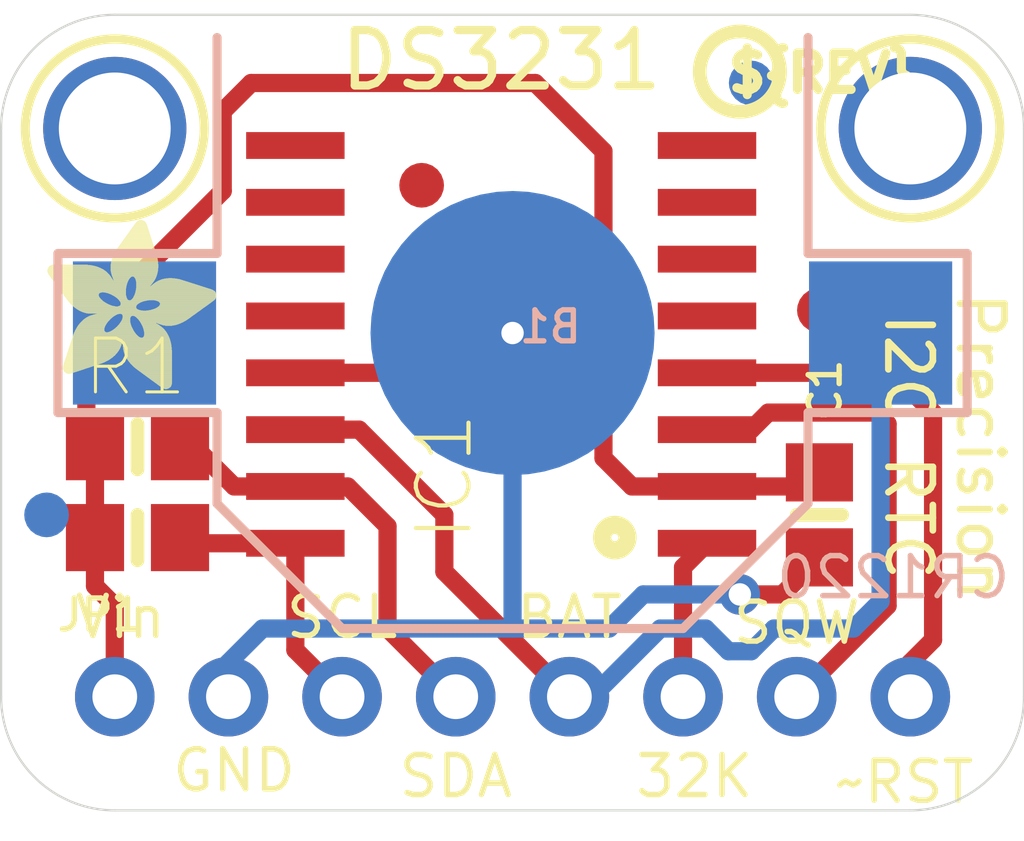
<source format=kicad_pcb>
(kicad_pcb (version 20221018) (generator pcbnew)
  (layers (0 "F.Cu" signal) (1 "In1.Cu" signal) (2 "In2.Cu" signal) (3 "In3.Cu" signal) (4 "In4.Cu" signal) (5 "In5.Cu" signal) (6 "In6.Cu" signal) (7 "In7.Cu" signal) (8 "In8.Cu" signal) (9 "In9.Cu" signal) (10 "In10.Cu" signal) (11 "In11.Cu" signal) (12 "In12.Cu" signal) (13 "In13.Cu" signal) (14 "In14.Cu" signal) (31 "B.Cu" signal) (34 "B.Paste" user) (35 "F.Paste" user) (36 "B.SilkS" user "B.Silkscreen") (37 "F.SilkS" user "F.Silkscreen") (38 "B.Mask" user) (39 "F.Mask" user) (44 "Edge.Cuts" user))
  (net 0 "")
  (net 1 "GND")
  (net 2 "SDA")
  (net 3 "SCL")
  (net 4 "3.3V")
  (net 5 "32KHZ")
  (net 6 "SQW")
  (net 7 "~{RTC_RST}")
  (net 8 "VBAT")
  (footprint "working:PCBFEAT-REV-040" (layer "F.Cu") (at 153.5811 97.3836)
    (fp_text reference "U$9" hide)
    (fp_text value "" hide)
    (fp_text user "${REV}" (at -0.3556 0.508) (layer "F.SilkS") (effects (font (size 0.8128 0.8128) (thickness 0.2032)) (justify left bottom)))
  )
  (footprint "working:MOUNTINGHOLE_2.5_PLATED" (layer "F.Cu") (at 157.3911 98.6536)
    (fp_text reference "U$6" hide)
    (fp_text value "MOUNTINGHOLE2.5" hide)
    (pad "P$1" thru_hole circle (at 0 0) (size 3.2 3.2) (drill 2.5) (layers "*.Cu" "*.Mask"))
  )
  (footprint "working:1X08_ROUND_70" (layer "F.Cu") (at 148.5011 111.3536)
    (fp_text reference "JP1" (at -10.2362 -1.8288) (layer "F.SilkS") (effects (font (size 0.692831 0.692831) (thickness 0.119969)) (justify left)))
    (fp_text value "")
    (pad "1" thru_hole circle (at -8.89 0 90) (size 1.778 1.778) (drill 1) (layers "*.Cu" "*.Mask") (net 4 "3.3V"))
    (pad "2" thru_hole circle (at -6.35 0 90) (size 1.778 1.778) (drill 1) (layers "*.Cu" "*.Mask") (net 1 "GND"))
    (pad "3" thru_hole circle (at -3.81 0 90) (size 1.778 1.778) (drill 1) (layers "*.Cu" "*.Mask") (net 3 "SCL"))
    (pad "4" thru_hole circle (at -1.27 0 90) (size 1.778 1.778) (drill 1) (layers "*.Cu" "*.Mask") (net 2 "SDA"))
    (pad "5" thru_hole circle (at 1.27 0 90) (size 1.778 1.778) (drill 1) (layers "*.Cu" "*.Mask") (net 8 "VBAT"))
    (pad "6" thru_hole circle (at 3.81 0 90) (size 1.778 1.778) (drill 1) (layers "*.Cu" "*.Mask") (net 5 "32KHZ"))
    (pad "7" thru_hole circle (at 6.35 0 90) (size 1.778 1.778) (drill 1) (layers "*.Cu" "*.Mask") (net 6 "SQW"))
    (pad "8" thru_hole circle (at 8.89 0 90) (size 1.778 1.778) (drill 1) (layers "*.Cu" "*.Mask") (net 7 "~{RTC_RST}"))
  )
  (footprint "working:MOUNTINGHOLE_2.5_PLATED" (layer "F.Cu") (at 139.6111 98.6536)
    (fp_text reference "U$7" hide)
    (fp_text value "MOUNTINGHOLE2.5" hide)
    (pad "P$1" thru_hole circle (at 0 0) (size 3.2 3.2) (drill 2.5) (layers "*.Cu" "*.Mask"))
  )
  (footprint "working:0805-NO" (layer "F.Cu") (at 140.1191 105.7656)
    (fp_text reference "R1" (at -1.27 -1.778) (layer "F.SilkS") (effects (font (size 1.20335 1.20335) (thickness 0.06665)) (justify left)))
    (fp_text value "10K")
    (pad "1" smd rect (at -0.95 0) (size 1.3 1.5) (layers "F.Cu" "F.Paste" "F.Mask") (net 4 "3.3V"))
    (pad "2" smd rect (at 0.95 0) (size 1.3 1.5) (layers "F.Cu" "F.Paste" "F.Mask") (net 2 "SDA"))
  )
  (footprint "working:0805-NO" (layer "F.Cu") (at 140.1191 107.7976)
    (fp_text reference "R2" hide)
    (fp_text value "10K")
    (pad "1" smd rect (at -0.95 0) (size 1.3 1.5) (layers "F.Cu" "F.Paste" "F.Mask") (net 4 "3.3V"))
    (pad "2" smd rect (at 0.95 0) (size 1.3 1.5) (layers "F.Cu" "F.Paste" "F.Mask") (net 3 "SCL"))
  )
  (footprint "working:0805-NO" (layer "F.Cu") (at 155.3591 107.2896 90)
    (fp_text reference "C1" (at 2.032 0.127 90) (layer "F.SilkS") (effects (font (size 0.692831 0.692831) (thickness 0.119969)) (justify left)))
    (fp_text value "1uF")
    (pad "1" smd rect (at -0.95 0 90) (size 1.3 1.5) (layers "F.Cu" "F.Paste" "F.Mask") (net 1 "GND"))
    (pad "2" smd rect (at 0.95 0 90) (size 1.3 1.5) (layers "F.Cu" "F.Paste" "F.Mask") (net 4 "3.3V"))
  )
  (footprint "working:FIDUCIAL_1MM" (layer "F.Cu") (at 146.4691 99.9236)
    (fp_text reference "FID1" hide)
    (fp_text value "FIDUCIAL\"\"" hide)
    (pad "1" smd roundrect (at 0 0) (size 1 1) (layers "F.Cu" "F.Mask") (roundrect_rratio 0.5))
  )
  (footprint "working:FIDUCIAL_1MM" (layer "F.Cu") (at 155.3591 102.7176)
    (fp_text reference "FID3" hide)
    (fp_text value "FIDUCIAL\"\"" hide)
    (pad "1" smd roundrect (at 0 0) (size 1 1) (layers "F.Cu" "F.Mask") (roundrect_rratio 0.5))
  )
  (footprint "working:SO16W" (layer "F.Cu") (at 148.2471 103.4796 90)
    (fp_text reference "IC1" (at -4.445 -1.27 90) (layer "F.SilkS") (effects (font (size 1.176528 1.176528) (thickness 0.093472)) (justify left)))
    (fp_text value "DS3231/SO")
    (pad "1" smd rect (at -4.445 4.6 90) (size 0.6 2.2) (layers "F.Cu" "F.Paste" "F.Mask") (net 5 "32KHZ"))
    (pad "2" smd rect (at -3.175 4.6 90) (size 0.6 2.2) (layers "F.Cu" "F.Paste" "F.Mask") (net 4 "3.3V"))
    (pad "3" smd rect (at -1.905 4.6 90) (size 0.6 2.2) (layers "F.Cu" "F.Paste" "F.Mask") (net 6 "SQW"))
    (pad "4" smd rect (at -0.635 4.6 90) (size 0.6 2.2) (layers "F.Cu" "F.Paste" "F.Mask") (net 7 "~{RTC_RST}"))
    (pad "5" smd rect (at 0.635 4.6 90) (size 0.6 2.2) (layers "F.Cu" "F.Paste" "F.Mask"))
    (pad "6" smd rect (at 1.905 4.6 90) (size 0.6 2.2) (layers "F.Cu" "F.Paste" "F.Mask"))
    (pad "7" smd rect (at 3.175 4.6 90) (size 0.6 2.2) (layers "F.Cu" "F.Paste" "F.Mask"))
    (pad "8" smd rect (at 4.445 4.6 90) (size 0.6 2.2) (layers "F.Cu" "F.Paste" "F.Mask"))
    (pad "9" smd rect (at 4.445 -4.6 90) (size 0.6 2.2) (layers "F.Cu" "F.Paste" "F.Mask"))
    (pad "10" smd rect (at 3.175 -4.6 90) (size 0.6 2.2) (layers "F.Cu" "F.Paste" "F.Mask"))
    (pad "11" smd rect (at 1.905 -4.6 90) (size 0.6 2.2) (layers "F.Cu" "F.Paste" "F.Mask"))
    (pad "12" smd rect (at 0.635 -4.6 90) (size 0.6 2.2) (layers "F.Cu" "F.Paste" "F.Mask"))
    (pad "13" smd rect (at -0.635 -4.6 90) (size 0.6 2.2) (layers "F.Cu" "F.Paste" "F.Mask") (net 1 "GND"))
    (pad "14" smd rect (at -1.905 -4.6 90) (size 0.6 2.2) (layers "F.Cu" "F.Paste" "F.Mask") (net 8 "VBAT"))
    (pad "15" smd rect (at -3.175 -4.6 90) (size 0.6 2.2) (layers "F.Cu" "F.Paste" "F.Mask") (net 2 "SDA"))
    (pad "16" smd rect (at -4.445 -4.6 90) (size 0.6 2.2) (layers "F.Cu" "F.Paste" "F.Mask") (net 3 "SCL"))
  )
  (footprint "working:ADAFRUIT_3.5MM" (layer "F.Cu") (at 138.0871 104.4956)
    (fp_text reference "U$8" hide)
    (fp_text value "" hide)
  )
  (footprint "working:FIDUCIAL_1MM" (layer "B.Cu") (at 138.0871 107.2896 180)
    (fp_text reference "FID2" hide)
    (fp_text value "FIDUCIAL\"\"" hide)
    (pad "1" smd roundrect (at 0 0 180) (size 1 1) (layers "B.Cu" "B.Mask") (roundrect_rratio 0.5))
  )
  (footprint "working:FIDUCIAL_1MM" (layer "B.Cu") (at 153.8351 97.6376 180)
    (fp_text reference "FID4" hide)
    (fp_text value "FIDUCIAL\"\"" hide)
    (pad "1" smd roundrect (at 0 0 180) (size 1 1) (layers "B.Cu" "B.Mask") (roundrect_rratio 0.5))
  )
  (footprint "working:CR1220" (layer "B.Cu") (at 148.5011 103.2256 180)
    (fp_text reference "B1" (at -1.602 0.14) (layer "B.SilkS") (effects (font (size 0.692831 0.692831) (thickness 0.119969)) (justify left mirror)))
    (fp_text value "CR1220")
    (pad "+$1" smd rect (at -8.2254 0 180) (size 3.2 3.2) (layers "B.Cu" "B.Paste" "B.Mask") (net 8 "VBAT"))
    (pad "+$2" smd rect (at 8.2254 0 180) (size 3.2 3.2) (layers "B.Cu" "B.Paste" "B.Mask"))
    (pad "-" smd roundrect (at 0 0 180) (size 6.35 6.35) (layers "B.Cu" "B.Mask") (roundrect_rratio 0.5) (net 1 "GND"))
  )
  (gr_circle (center 150.7871 107.7976) (end 151.071078 107.7976) (stroke (width 0.4064)) (fill none) (layer "F.SilkS"))
  (gr_line (start 139.6111 96.1136) (end 157.3911 96.1136) (stroke (width 0.05)) (layer "Edge.Cuts"))
  (gr_line (start 159.9311 98.6536) (end 159.9311 111.3536) (stroke (width 0.05)) (layer "Edge.Cuts"))
  (gr_arc (start 137.0711 98.6536) (mid 137.815049 96.857549) (end 139.6111 96.1136) (stroke (width 0.05)) (layer "Edge.Cuts"))
  (gr_line (start 157.3911 113.8936) (end 139.6111 113.8936) (stroke (width 0.05)) (layer "Edge.Cuts"))
  (gr_arc (start 139.6111 113.8936) (mid 137.815049 113.149651) (end 137.0711 111.3536) (stroke (width 0.05)) (layer "Edge.Cuts"))
  (gr_arc (start 157.3911 96.1136) (mid 159.187151 96.857549) (end 159.9311 98.6536) (stroke (width 0.05)) (layer "Edge.Cuts"))
  (gr_arc (start 159.9311 111.3536) (mid 159.187151 113.149651) (end 157.3911 113.8936) (stroke (width 0.05)) (layer "Edge.Cuts"))
  (gr_line (start 137.0711 111.3536) (end 137.0711 98.6536) (stroke (width 0.05)) (layer "Edge.Cuts"))
  (gr_text "CR1220" (at 157.0101 108.6866) (layer "B.SilkS") (effects (font (size 0.89408 0.89408) (thickness 0.12192)) (justify mirror)))
  (gr_text "Vin" (at 139.7381 109.5756) (layer "F.SilkS") (effects (font (size 0.89408 0.89408) (thickness 0.12192))))
  (gr_text "SQW" (at 154.8511 109.7026) (layer "F.SilkS") (effects (font (size 0.89408 0.89408) (thickness 0.12192))))
  (gr_text "SDA" (at 147.2311 113.1316) (layer "F.SilkS") (effects (font (size 0.89408 0.89408) (thickness 0.12192))))
  (gr_text "DS3231" (at 148.2471 97.1296) (layer "F.SilkS") (effects (font (size 1.237488 1.237488) (thickness 0.184912))))
  (gr_text "SCL" (at 144.6911 109.5756) (layer "F.SilkS") (effects (font (size 0.89408 0.89408) (thickness 0.12192))))
  (gr_text "~RST" (at 157.2641 113.2586) (layer "F.SilkS") (effects (font (size 0.89408 0.89408) (thickness 0.12192))))
  (gr_text "Precision\nI2C RTC" (at 158.1531 105.7656 270) (layer "F.SilkS") (effects (font (size 0.99441 0.99441) (thickness 0.14859))))
  (gr_text "BAT" (at 149.7711 109.5756) (layer "F.SilkS") (effects (font (size 0.89408 0.89408) (thickness 0.12192))))
  (gr_text "32K" (at 152.5651 113.1316) (layer "F.SilkS") (effects (font (size 0.89408 0.89408) (thickness 0.12192))))
  (gr_text "GND" (at 142.2781 113.0046) (layer "F.SilkS") (effects (font (size 0.89408 0.89408) (thickness 0.12192))))
  (segment (start 143.6471 104.1146) (end 147.6121 104.1146) (width 0.4064) (layer "F.Cu") (net 1))
  (segment (start 147.6121 104.1146) (end 148.5011 103.2256) (width 0.4064) (layer "F.Cu") (net 1))
  (segment (start 154.5311 109.0676) (end 153.5811 109.0676) (width 0.4064) (layer "F.Cu") (net 1))
  (segment (start 155.3591 108.2396) (end 154.5311 109.0676) (width 0.4064) (layer "F.Cu") (net 1))
  (via (at 148.5011 103.2256) (size 0.9064) (drill 0.5) (layers "F.Cu" "B.Cu") (net 1))
  (via (at 153.5811 109.0676) (size 0.9064) (drill 0.5) (layers "F.Cu" "B.Cu") (net 1))
  (segment (start 148.5011 109.8296) (end 142.9131 109.8296) (width 0.4064) (layer "B.Cu") (net 1))
  (segment (start 149.0091 103.2256) (end 148.5011 103.2256) (width 0.4064) (layer "B.Cu") (net 1))
  (segment (start 151.4221 109.0676) (end 150.6601 109.8296) (width 0.4064) (layer "B.Cu") (net 1))
  (segment (start 142.9131 109.8296) (end 142.1511 110.5916) (width 0.4064) (layer "B.Cu") (net 1))
  (segment (start 148.5011 103.2256) (end 148.5011 109.8296) (width 0.4064) (layer "B.Cu") (net 1))
  (segment (start 149.0091 105.0036) (end 149.0091 103.2256) (width 0.4064) (layer "B.Cu") (net 1))
  (segment (start 142.1511 110.5916) (end 142.1511 111.3536) (width 0.4064) (layer "B.Cu") (net 1))
  (segment (start 150.6601 109.8296) (end 148.5011 109.8296) (width 0.4064) (layer "B.Cu") (net 1))
  (segment (start 153.5811 109.0676) (end 151.4221 109.0676) (width 0.4064) (layer "B.Cu") (net 1))
  (segment (start 141.3891 105.7656) (end 142.2781 106.6546) (width 0.4064) (layer "F.Cu") (net 2))
  (segment (start 145.7071 107.5436) (end 145.7071 109.8296) (width 0.4064) (layer "F.Cu") (net 2))
  (segment (start 143.6471 106.6546) (end 144.8181 106.6546) (width 0.4064) (layer "F.Cu") (net 2))
  (segment (start 144.8181 106.6546) (end 145.7071 107.5436) (width 0.4064) (layer "F.Cu") (net 2))
  (segment (start 141.0691 105.7656) (end 141.3891 105.7656) (width 0.4064) (layer "F.Cu") (net 2))
  (segment (start 142.2781 106.6546) (end 143.6471 106.6546) (width 0.4064) (layer "F.Cu") (net 2))
  (segment (start 145.7071 109.8296) (end 147.2311 111.3536) (width 0.4064) (layer "F.Cu") (net 2))
  (segment (start 143.6471 110.3096) (end 144.6911 111.3536) (width 0.4064) (layer "F.Cu") (net 3))
  (segment (start 143.6471 107.9246) (end 143.6471 110.3096) (width 0.4064) (layer "F.Cu") (net 3))
  (segment (start 141.1961 107.9246) (end 143.6471 107.9246) (width 0.4064) (layer "F.Cu") (net 3))
  (segment (start 141.0691 107.7976) (end 141.1961 107.9246) (width 0.4064) (layer "F.Cu") (net 3))
  (segment (start 149.0091 97.6376) (end 142.6591 97.6376) (width 0.4064) (layer "F.Cu") (net 4))
  (segment (start 138.9761 103.0986) (end 138.9761 105.5726) (width 0.4064) (layer "F.Cu") (net 4))
  (segment (start 142.0241 98.2726) (end 142.0241 100.0506) (width 0.4064) (layer "F.Cu") (net 4))
  (segment (start 139.1691 105.7656) (end 139.1691 107.7976) (width 0.4064) (layer "F.Cu") (net 4))
  (segment (start 152.8471 106.6546) (end 155.1661 106.6546) (width 0.4064) (layer "F.Cu") (net 4))
  (segment (start 155.1661 106.6546) (end 155.3591 106.3396) (width 0.4064) (layer "F.Cu") (net 4))
  (segment (start 150.5331 106.0196) (end 150.5331 99.1616) (width 0.4064) (layer "F.Cu") (net 4))
  (segment (start 138.9761 105.5726) (end 139.1691 105.7656) (width 0.4064) (layer "F.Cu") (net 4))
  (segment (start 142.0241 100.0506) (end 138.9761 103.0986) (width 0.4064) (layer "F.Cu") (net 4))
  (segment (start 152.8471 106.6546) (end 151.1681 106.6546) (width 0.4064) (layer "F.Cu") (net 4))
  (segment (start 142.6591 97.6376) (end 142.0241 98.2726) (width 0.4064) (layer "F.Cu") (net 4))
  (segment (start 150.5331 99.1616) (end 149.0091 97.6376) (width 0.4064) (layer "F.Cu") (net 4))
  (segment (start 139.1691 107.7976) (end 139.1691 108.8796) (width 0.4064) (layer "F.Cu") (net 4))
  (segment (start 139.6111 109.3216) (end 139.6111 111.3536) (width 0.4064) (layer "F.Cu") (net 4))
  (segment (start 151.1681 106.6546) (end 150.5331 106.0196) (width 0.4064) (layer "F.Cu") (net 4))
  (segment (start 139.1691 108.8796) (end 139.6111 109.3216) (width 0.4064) (layer "F.Cu") (net 4))
  (segment (start 152.3111 111.3536) (end 152.3111 108.4606) (width 0.4064) (layer "F.Cu") (net 5))
  (segment (start 152.3111 108.4606) (end 152.8471 107.9246) (width 0.4064) (layer "F.Cu") (net 5))
  (segment (start 154.2161 105.0036) (end 153.8351 105.3846) (width 0.4064) (layer "F.Cu") (net 6))
  (segment (start 156.8831 105.2576) (end 156.6291 105.0036) (width 0.4064) (layer "F.Cu") (net 6))
  (segment (start 154.8511 111.3536) (end 156.8831 109.3216) (width 0.4064) (layer "F.Cu") (net 6))
  (segment (start 153.8351 105.3846) (end 152.8471 105.3846) (width 0.4064) (layer "F.Cu") (net 6))
  (segment (start 156.6291 105.0036) (end 154.2161 105.0036) (width 0.4064) (layer "F.Cu") (net 6))
  (segment (start 156.8831 109.3216) (end 156.8831 105.2576) (width 0.4064) (layer "F.Cu") (net 6))
  (segment (start 157.0101 104.1146) (end 152.8471 104.1146) (width 0.4064) (layer "F.Cu") (net 7))
  (segment (start 157.3911 110.5916) (end 157.8991 110.0836) (width 0.4064) (layer "F.Cu") (net 7))
  (segment (start 157.3911 111.3536) (end 157.3911 110.5916) (width 0.4064) (layer "F.Cu") (net 7))
  (segment (start 157.8991 105.0036) (end 157.0101 104.1146) (width 0.4064) (layer "F.Cu") (net 7))
  (segment (start 157.8991 110.0836) (end 157.8991 105.0036) (width 0.4064) (layer "F.Cu") (net 7))
  (segment (start 146.9771 107.2896) (end 146.9771 108.5596) (width 0.4064) (layer "F.Cu") (net 8))
  (segment (start 143.6471 105.3846) (end 145.0721 105.3846) (width 0.4064) (layer "F.Cu") (net 8))
  (segment (start 145.0721 105.3846) (end 146.9771 107.2896) (width 0.4064) (layer "F.Cu") (net 8))
  (segment (start 146.9771 108.5596) (end 149.7711 111.3536) (width 0.4064) (layer "F.Cu") (net 8))
  (segment (start 153.8351 110.3376) (end 153.3271 110.3376) (width 0.4064) (layer "B.Cu") (net 8))
  (segment (start 150.2791 111.3536) (end 149.7711 111.3536) (width 0.4064) (layer "B.Cu") (net 8))
  (segment (start 153.3271 110.3376) (end 152.8191 109.8296) (width 0.4064) (layer "B.Cu") (net 8))
  (segment (start 156.7265 109.2242) (end 156.1211 109.8296) (width 0.4064) (layer "B.Cu") (net 8))
  (segment (start 151.8031 109.8296) (end 150.2791 111.3536) (width 0.4064) (layer "B.Cu") (net 8))
  (segment (start 156.7265 103.2256) (end 156.7265 109.2242) (width 0.4064) (layer "B.Cu") (net 8))
  (segment (start 152.8191 109.8296) (end 151.8031 109.8296) (width 0.4064) (layer "B.Cu") (net 8))
  (segment (start 154.3431 109.8296) (end 153.8351 110.3376) (width 0.4064) (layer "B.Cu") (net 8))
  (segment (start 156.1211 109.8296) (end 154.3431 109.8296) (width 0.4064) (layer "B.Cu") (net 8))
)
</source>
